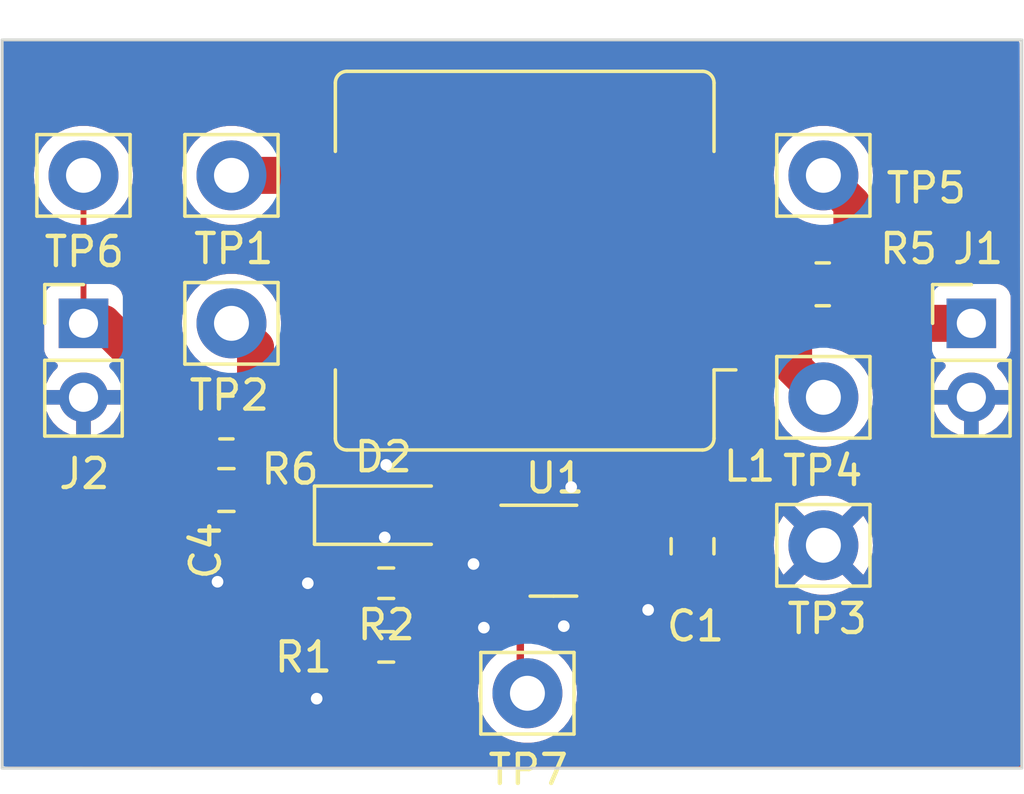
<source format=kicad_pcb>
(kicad_pcb (version 20221018) (generator pcbnew)
  (layers (0 "F.Cu" signal) (31 "B.Cu" signal) (34 "B.Paste" user) (35 "F.Paste" user) (36 "B.SilkS" user "B.Silkscreen") (37 "F.SilkS" user "F.Silkscreen") (38 "B.Mask" user) (39 "F.Mask" user) (44 "Edge.Cuts" user))
  (net 0 "")
  (net 1 "Net-(U1-EN)")
  (net 2 "GND")
  (net 3 "+5V")
  (net 4 "Net-(J2-Pin_1)")
  (net 5 "Net-(U1-FB)")
  (net 7 "Net-(D2-K)")
  (net 8 "Net-(D2-A)")
  (footprint "Connector_PinHeader_2.54mm:PinHeader_1x02_P2.54mm_Vertical" (layer "F.Cu") (at 102.79 108.73)
    (fp_text reference "J2" (at 0.0292 5.1636) (layer "F.SilkS"))
    (fp_text value "OUT")
    (fp_line (start -1.33 -1.33) (end 0 -1.33) (stroke (width 0.12)) (layer "F.SilkS"))
    (fp_line (start -1.33 0) (end -1.33 -1.33) (stroke (width 0.12)) (layer "F.SilkS"))
    (fp_line (start -1.33 1.27) (end -1.33 3.87) (stroke (width 0.12)) (layer "F.SilkS"))
    (fp_line (start -1.33 1.27) (end 1.33 1.27) (stroke (width 0.12)) (layer "F.SilkS"))
    (fp_line (start -1.33 3.87) (end 1.33 3.87) (stroke (width 0.12)) (layer "F.SilkS"))
    (fp_line (start 1.33 1.27) (end 1.33 3.87) (stroke (width 0.12)) (layer "F.SilkS"))
    (pad "1" thru_hole rect (at 0 0) (size 1.7 1.7) (drill 1) (layers "*.Cu" "*.Mask") (net 4 "Net-(J2-Pin_1)"))
    (pad "2" thru_hole oval (at 0 2.54) (size 1.7 1.7) (drill 1) (layers "*.Cu" "*.Mask") (net 2 "GND"))
  )
  (footprint "Connector_PinHeader_2.54mm:PinHeader_1x02_P2.54mm_Vertical" (layer "F.Cu") (at 133.27 108.73)
    (fp_text reference "J1" (at 0.2324 -2.558) (layer "F.SilkS"))
    (fp_text value "IN")
    (fp_line (start -1.33 -1.33) (end 0 -1.33) (stroke (width 0.12)) (layer "F.SilkS"))
    (fp_line (start -1.33 0) (end -1.33 -1.33) (stroke (width 0.12)) (layer "F.SilkS"))
    (fp_line (start -1.33 1.27) (end -1.33 3.87) (stroke (width 0.12)) (layer "F.SilkS"))
    (fp_line (start -1.33 1.27) (end 1.33 1.27) (stroke (width 0.12)) (layer "F.SilkS"))
    (fp_line (start -1.33 3.87) (end 1.33 3.87) (stroke (width 0.12)) (layer "F.SilkS"))
    (fp_line (start 1.33 1.27) (end 1.33 3.87) (stroke (width 0.12)) (layer "F.SilkS"))
    (pad "1" thru_hole rect (at 0 0) (size 1.7 1.7) (drill 1) (layers "*.Cu" "*.Mask") (net 3 "+5V"))
    (pad "2" thru_hole oval (at 0 2.54) (size 1.7 1.7) (drill 1) (layers "*.Cu" "*.Mask") (net 2 "GND"))
  )
  (footprint "Package_TO_SOT_SMD:SOT-23-6" (layer "F.Cu") (at 118.9228 116.5352)
    (fp_text reference "U1" (at 0.0508 -2.4892) (layer "F.SilkS"))
    (fp_text value "MT3608")
    (fp_line (start 0 -1.56) (end -1.8 -1.56) (stroke (width 0.12)) (layer "F.SilkS"))
    (fp_line (start 0 -1.56) (end 0.8 -1.56) (stroke (width 0.12)) (layer "F.SilkS"))
    (fp_line (start 0 1.56) (end -0.8 1.56) (stroke (width 0.12)) (layer "F.SilkS"))
    (fp_line (start 0 1.56) (end 0.8 1.56) (stroke (width 0.12)) (layer "F.SilkS"))
    (pad "1" smd roundrect (at -1.1375 -0.95) (size 1.325 0.6) (layers "F.Cu" "F.Paste" "F.Mask") (net 8 "Net-(D2-A)"))
    (pad "2" smd roundrect (at -1.1375 0) (size 1.325 0.6) (layers "F.Cu" "F.Paste" "F.Mask") (net 2 "GND"))
    (pad "3" smd roundrect (at -1.1375 0.95) (size 1.325 0.6) (layers "F.Cu" "F.Paste" "F.Mask") (net 5 "Net-(U1-FB)"))
    (pad "4" smd roundrect (at 1.1375 0.95) (size 1.325 0.6) (layers "F.Cu" "F.Paste" "F.Mask") (net 1 "Net-(U1-EN)"))
    (pad "5" smd roundrect (at 1.1375 0) (size 1.325 0.6) (layers "F.Cu" "F.Paste" "F.Mask") (net 1 "Net-(U1-EN)"))
    (pad "6" smd roundrect (at 1.1375 -0.95) (size 1.325 0.6) (layers "F.Cu" "F.Paste" "F.Mask"))
  )
  (footprint "Resistor_SMD:R_0603_1608Metric_Pad0.98x0.95mm_HandSolder" (layer "F.Cu") (at 113.1824 117.6528 180)
    (fp_text reference "R2" (at 0 -1.43) (layer "F.SilkS"))
    (fp_text value "2k")
    (fp_line (start -0.254724 -0.5225) (end 0.254724 -0.5225) (stroke (width 0.12)) (layer "F.SilkS"))
    (fp_line (start -0.254724 0.5225) (end 0.254724 0.5225) (stroke (width 0.12)) (layer "F.SilkS"))
    (pad "1" smd roundrect (at -0.9125 0 180) (size 0.975 0.95) (layers "F.Cu" "F.Paste" "F.Mask") (net 5 "Net-(U1-FB)"))
    (pad "2" smd roundrect (at 0.9125 0 180) (size 0.975 0.95) (layers "F.Cu" "F.Paste" "F.Mask") (net 2 "GND"))
  )
  (footprint "Connector_Pin:Pin_D1.2mm_L11.3mm_W3.0mm_Flat" (layer "F.Cu") (at 128.19 111.27)
    (fp_text reference "TP4" (at -0.0216 2.522) (layer "F.SilkS"))
    (fp_text value "V In")
    (fp_line (start -1.6 -1.4) (end 1.6 -1.4) (stroke (width 0.12)) (layer "F.SilkS"))
    (fp_line (start -1.6 1.4) (end -1.6 -1.4) (stroke (width 0.12)) (layer "F.SilkS"))
    (fp_line (start 1.6 -1.4) (end 1.6 1.4) (stroke (width 0.12)) (layer "F.SilkS"))
    (fp_line (start 1.6 1.4) (end -1.6 1.4) (stroke (width 0.12)) (layer "F.SilkS"))
    (pad "1" thru_hole circle (at 0 0) (size 2.4 2.4) (drill 1.2) (layers "*.Cu" "*.Mask") (net 1 "Net-(U1-EN)"))
  )
  (footprint "Connector_Pin:Pin_D1.2mm_L11.3mm_W3.0mm_Flat" (layer "F.Cu") (at 107.87 103.65)
    (fp_text reference "TP1" (at 0.08 2.522) (layer "F.SilkS"))
    (fp_text value "PWR")
    (fp_line (start -1.6 -1.4) (end 1.6 -1.4) (stroke (width 0.12)) (layer "F.SilkS"))
    (fp_line (start -1.6 1.4) (end -1.6 -1.4) (stroke (width 0.12)) (layer "F.SilkS"))
    (fp_line (start 1.6 -1.4) (end 1.6 1.4) (stroke (width 0.12)) (layer "F.SilkS"))
    (fp_line (start 1.6 1.4) (end -1.6 1.4) (stroke (width 0.12)) (layer "F.SilkS"))
    (pad "1" thru_hole circle (at 0 0) (size 2.4 2.4) (drill 1.2) (layers "*.Cu" "*.Mask") (net 8 "Net-(D2-A)"))
  )
  (footprint "Resistor_SMD:R_0603_1608Metric_Pad0.98x0.95mm_HandSolder" (layer "F.Cu") (at 113.1824 119.8372)
    (fp_text reference "R1" (at -2.8429 0.3556) (layer "F.SilkS"))
    (fp_text value "88.7k")
    (fp_line (start -0.254724 -0.5225) (end 0.254724 -0.5225) (stroke (width 0.12)) (layer "F.SilkS"))
    (fp_line (start -0.254724 0.5225) (end 0.254724 0.5225) (stroke (width 0.12)) (layer "F.SilkS"))
    (pad "1" smd roundrect (at -0.9125 0) (size 0.975 0.95) (layers "F.Cu" "F.Paste" "F.Mask") (net 7 "Net-(D2-K)"))
    (pad "2" smd roundrect (at 0.9125 0) (size 0.975 0.95) (layers "F.Cu" "F.Paste" "F.Mask") (net 5 "Net-(U1-FB)"))
  )
  (footprint "Capacitor_SMD:C_0805_2012Metric_Pad1.18x1.45mm_HandSolder" (layer "F.Cu") (at 123.698 116.3828 -90)
    (fp_text reference "C1" (at 2.7432 -0.1016 -180) (layer "F.SilkS"))
    (fp_text value "22uF")
    (fp_line (start -0.261252 -0.735) (end 0.261252 -0.735) (stroke (width 0.12)) (layer "F.SilkS"))
    (fp_line (start -0.261252 0.735) (end 0.261252 0.735) (stroke (width 0.12)) (layer "F.SilkS"))
    (pad "1" smd roundrect (at -1.0375 0 270) (size 1.175 1.45) (layers "F.Cu" "F.Paste" "F.Mask") (roundrect_rratio 0.2127659574) (net 1 "Net-(U1-EN)"))
    (pad "2" smd roundrect (at 1.0375 0 270) (size 1.175 1.45) (layers "F.Cu" "F.Paste" "F.Mask") (roundrect_rratio 0.2127659574) (net 2 "GND"))
  )
  (footprint "Connector_Pin:Pin_D1.2mm_L11.3mm_W3.0mm_Flat" (layer "F.Cu") (at 118.03 121.43)
    (fp_text reference "TP7" (at 0.0292 2.6236) (layer "F.SilkS"))
    (fp_text value "ADJ")
    (fp_line (start -1.6 -1.4) (end 1.6 -1.4) (stroke (width 0.12)) (layer "F.SilkS"))
    (fp_line (start -1.6 1.4) (end -1.6 -1.4) (stroke (width 0.12)) (layer "F.SilkS"))
    (fp_line (start 1.6 -1.4) (end 1.6 1.4) (stroke (width 0.12)) (layer "F.SilkS"))
    (fp_line (start 1.6 1.4) (end -1.6 1.4) (stroke (width 0.12)) (layer "F.SilkS"))
    (pad "1" thru_hole circle (at 0 0) (size 2.4 2.4) (drill 1.2) (layers "*.Cu" "*.Mask") (net 5 "Net-(U1-FB)"))
  )
  (footprint "Resistor_SMD:R_0805_2012Metric_Pad1.20x1.40mm_HandSolder" (layer "F.Cu") (at 107.696 111.9632 180)
    (fp_text reference "R6" (at -2.1844 -1.778) (layer "F.SilkS"))
    (fp_text value "1")
    (fp_line (start -0.227064 -0.735) (end 0.227064 -0.735) (stroke (width 0.12)) (layer "F.SilkS"))
    (fp_line (start -0.227064 0.735) (end 0.227064 0.735) (stroke (width 0.12)) (layer "F.SilkS"))
    (pad "1" smd roundrect (at -1 0 180) (size 1.2 1.4) (layers "F.Cu" "F.Paste" "F.Mask") (roundrect_rratio 0.2083333333) (net 7 "Net-(D2-K)"))
    (pad "2" smd roundrect (at 1 0 180) (size 1.2 1.4) (layers "F.Cu" "F.Paste" "F.Mask") (roundrect_rratio 0.2083333333) (net 4 "Net-(J2-Pin_1)"))
  )
  (footprint "Diode_SMD:D_SOD-123" (layer "F.Cu") (at 113.0808 115.316)
    (fp_text reference "D2" (at 0 -2) (layer "F.SilkS"))
    (fp_text value "MBR0540")
    (fp_line (start -2.36 -1) (end -2.36 1) (stroke (width 0.12)) (layer "F.SilkS"))
    (fp_line (start -2.36 -1) (end 1.65 -1) (stroke (width 0.12)) (layer "F.SilkS"))
    (fp_line (start -2.36 1) (end 1.65 1) (stroke (width 0.12)) (layer "F.SilkS"))
    (pad "1" smd roundrect (at -1.65 0) (size 0.9 1.2) (layers "F.Cu" "F.Paste" "F.Mask") (net 7 "Net-(D2-K)"))
    (pad "2" smd roundrect (at 1.65 0) (size 0.9 1.2) (layers "F.Cu" "F.Paste" "F.Mask") (net 8 "Net-(D2-A)"))
  )
  (footprint "Connector_Pin:Pin_D1.2mm_L11.3mm_W3.0mm_Flat" (layer "F.Cu") (at 128.19 116.35)
    (fp_text reference "TP3" (at 0.1308 2.522) (layer "F.SilkS"))
    (fp_text value "GND")
    (fp_line (start -1.6 -1.4) (end 1.6 -1.4) (stroke (width 0.12)) (layer "F.SilkS"))
    (fp_line (start -1.6 1.4) (end -1.6 -1.4) (stroke (width 0.12)) (layer "F.SilkS"))
    (fp_line (start 1.6 -1.4) (end 1.6 1.4) (stroke (width 0.12)) (layer "F.SilkS"))
    (fp_line (start 1.6 1.4) (end -1.6 1.4) (stroke (width 0.12)) (layer "F.SilkS"))
    (pad "1" thru_hole circle (at 0 0) (size 2.4 2.4) (drill 1.2) (layers "*.Cu" "*.Mask") (net 2 "GND"))
  )
  (footprint "Capacitor_SMD:C_0805_2012Metric_Pad1.18x1.45mm_HandSolder" (layer "F.Cu") (at 107.696 114.4524 180)
    (fp_text reference "C4" (at 0.7112 -2.0828 90) (layer "F.SilkS"))
    (fp_text value "22uF")
    (fp_line (start -0.261252 -0.735) (end 0.261252 -0.735) (stroke (width 0.12)) (layer "F.SilkS"))
    (fp_line (start -0.261252 0.735) (end 0.261252 0.735) (stroke (width 0.12)) (layer "F.SilkS"))
    (pad "1" smd roundrect (at -1.0375 0 180) (size 1.175 1.45) (layers "F.Cu" "F.Paste" "F.Mask") (roundrect_rratio 0.2127659574) (net 7 "Net-(D2-K)"))
    (pad "2" smd roundrect (at 1.0375 0 180) (size 1.175 1.45) (layers "F.Cu" "F.Paste" "F.Mask") (roundrect_rratio 0.2127659574) (net 2 "GND"))
  )
  (footprint "Connector_Pin:Pin_D1.2mm_L11.3mm_W3.0mm_Flat" (layer "F.Cu") (at 107.87 108.73)
    (fp_text reference "TP2" (at -0.0724 2.4712) (layer "F.SilkS"))
    (fp_text value "V Out")
    (fp_line (start -1.6 -1.4) (end 1.6 -1.4) (stroke (width 0.12)) (layer "F.SilkS"))
    (fp_line (start -1.6 1.4) (end -1.6 -1.4) (stroke (width 0.12)) (layer "F.SilkS"))
    (fp_line (start 1.6 -1.4) (end 1.6 1.4) (stroke (width 0.12)) (layer "F.SilkS"))
    (fp_line (start 1.6 1.4) (end -1.6 1.4) (stroke (width 0.12)) (layer "F.SilkS"))
    (pad "1" thru_hole circle (at 0 0) (size 2.4 2.4) (drill 1.2) (layers "*.Cu" "*.Mask") (net 7 "Net-(D2-K)"))
  )
  (footprint "Connector_Pin:Pin_D1.2mm_L11.3mm_W3.0mm_Flat" (layer "F.Cu") (at 128.19 103.65)
    (fp_text reference "TP5" (at 3.5344 0.4392) (layer "F.SilkS"))
    (fp_text value "IN")
    (fp_line (start -1.6 -1.4) (end 1.6 -1.4) (stroke (width 0.12)) (layer "F.SilkS"))
    (fp_line (start -1.6 1.4) (end -1.6 -1.4) (stroke (width 0.12)) (layer "F.SilkS"))
    (fp_line (start 1.6 -1.4) (end 1.6 1.4) (stroke (width 0.12)) (layer "F.SilkS"))
    (fp_line (start 1.6 1.4) (end -1.6 1.4) (stroke (width 0.12)) (layer "F.SilkS"))
    (pad "1" thru_hole circle (at 0 0) (size 2.4 2.4) (drill 1.2) (layers "*.Cu" "*.Mask") (net 3 "+5V"))
  )
  (footprint "Resistor_SMD:R_0805_2012Metric_Pad1.20x1.40mm_HandSolder" (layer "F.Cu") (at 128.1684 107.3912 180)
    (fp_text reference "R5" (at -2.9464 1.2192) (layer "F.SilkS"))
    (fp_text value "1")
    (fp_line (start -0.227064 -0.735) (end 0.227064 -0.735) (stroke (width 0.12)) (layer "F.SilkS"))
    (fp_line (start -0.227064 0.735) (end 0.227064 0.735) (stroke (width 0.12)) (layer "F.SilkS"))
    (pad "1" smd roundrect (at -1 0 180) (size 1.2 1.4) (layers "F.Cu" "F.Paste" "F.Mask") (roundrect_rratio 0.2083333333) (net 3 "+5V"))
    (pad "2" smd roundrect (at 1 0 180) (size 1.2 1.4) (layers "F.Cu" "F.Paste" "F.Mask") (roundrect_rratio 0.2083333333) (net 1 "Net-(U1-EN)"))
  )
  (footprint "Inductor_SMD:L_Bourns_SRR1208_12.7x12.7mm" (layer "F.Cu") (at 117.936 106.5784 180)
    (fp_text reference "L1" (at -7.7216 -7.0612) (layer "F.SilkS"))
    (fp_text value "22uH")
    (fp_line (start -6.5 -6.1) (end -6.5 -3.75) (stroke (width 0.12)) (layer "F.SilkS"))
    (fp_line (start -6.5 -3.75) (end -7.25 -3.75) (stroke (width 0.12)) (layer "F.SilkS"))
    (fp_line (start -6.5 3.75) (end -6.5 6.1) (stroke (width 0.12)) (layer "F.SilkS"))
    (fp_line (start -6.1 -6.5) (end 6.1 -6.5) (stroke (width 0.12)) (layer "F.SilkS"))
    (fp_line (start 6.1 6.5) (end -6.1 6.5) (stroke (width 0.12)) (layer "F.SilkS"))
    (fp_line (start 6.5 -6.1) (end 6.5 -3.75) (stroke (width 0.12)) (layer "F.SilkS"))
    (fp_line (start 6.5 3.75) (end 6.5 6.1) (stroke (width 0.12)) (layer "F.SilkS"))
    (fp_arc (start -6.5 -6.1) (mid -6.382843 -6.382843) (end -6.1 -6.5) (stroke (width 0.12)) (layer "F.SilkS"))
    (fp_arc (start -6.1 6.5) (mid -6.382843 6.382843) (end -6.5 6.1) (stroke (width 0.12)) (layer "F.SilkS"))
    (fp_arc (start 6.1 -6.5) (mid 6.382843 -6.382843) (end 6.5 -6.1) (stroke (width 0.12)) (layer "F.SilkS"))
    (fp_arc (start 6.5 6.1) (mid 6.382843 6.382843) (end 6.1 6.5) (stroke (width 0.12)) (layer "F.SilkS"))
    (pad "1" smd rect (at -5 0 180) (size 4 7) (layers "F.Cu" "F.Paste" "F.Mask") (net 1 "Net-(U1-EN)"))
    (pad "2" smd rect (at 5 0 180) (size 4 7) (layers "F.Cu" "F.Paste" "F.Mask") (net 8 "Net-(D2-A)"))
  )
  (footprint "Connector_Pin:Pin_D1.2mm_L11.3mm_W3.0mm_Flat" (layer "F.Cu") (at 102.79 103.65)
    (fp_text reference "TP6" (at 0.0292 2.6236) (layer "F.SilkS"))
    (fp_text value "OUT")
    (fp_line (start -1.6 -1.4) (end 1.6 -1.4) (stroke (width 0.12)) (layer "F.SilkS"))
    (fp_line (start -1.6 1.4) (end -1.6 -1.4) (stroke (width 0.12)) (layer "F.SilkS"))
    (fp_line (start 1.6 -1.4) (end 1.6 1.4) (stroke (width 0.12)) (layer "F.SilkS"))
    (fp_line (start 1.6 1.4) (end -1.6 1.4) (stroke (width 0.12)) (layer "F.SilkS"))
    (pad "1" thru_hole circle (at 0 0) (size 2.4 2.4) (drill 1.2) (layers "*.Cu" "*.Mask") (net 4 "Net-(J2-Pin_1)"))
  )
  (gr_line (start 102.79 103.65) (end 102.79 108.73) (stroke (width 0.2)) (layer "F.Cu"))
  (gr_line (start 100 124) (end 135 124) (stroke (width 0.1)) (layer "Edge.Cuts"))
  (gr_line (start 135 124) (end 135 99) (stroke (width 0.1)) (layer "Edge.Cuts"))
  (gr_line (start 135 99) (end 100 99) (stroke (width 0.1)) (layer "Edge.Cuts"))
  (gr_line (start 100 99) (end 100 124) (stroke (width 0.1)) (layer "Edge.Cuts"))
  (segment (start 120.5128 117.4852) (end 120.0603 117.4852) (width 1.27) (layer "F.Cu") (net 1))
  (segment (start 127.1684 107.3912) (end 127.1684 110.2484) (width 1.27) (layer "F.Cu") (net 1))
  (segment (start 123.698 107.6744) (end 122.5512 106.5276) (width 1.27) (layer "F.Cu") (net 1))
  (segment (start 127.1684 107.3912) (end 123.7488 107.3912) (width 1.27) (layer "F.Cu") (net 1))
  (segment (start 123.4148 107.3912) (end 122.5512 106.5276) (width 1.27) (layer "F.Cu") (net 1))
  (segment (start 123.7488 107.3912) (end 122.936 106.5784) (width 1.27) (layer "F.Cu") (net 1))
  (segment (start 122.936 114.5833) (end 123.698 115.3453) (width 1.27) (layer "F.Cu") (net 1))
  (segment (start 122.936 106.5784) (end 122.936 114.5833) (width 1.27) (layer "F.Cu") (net 1))
  (segment (start 123.698 115.3453) (end 122.6527 115.3453) (width 1.27) (layer "F.Cu") (net 1))
  (segment (start 127.1684 110.2484) (end 128.19 111.27) (width 1.27) (layer "F.Cu") (net 1))
  (segment (start 122.6527 115.3453) (end 120.5128 117.4852) (width 1.27) (layer "F.Cu") (net 1))
  (segment (start 117.7853 116.5352) (end 118.9736 116.5352) (width 0.635) (layer "F.Cu") (net 2))
  (segment (start 118.9736 114.9096) (end 118.9736 116.5352) (width 0.508) (layer "F.Cu") (net 2))
  (segment (start 118.9736 118.2624) (end 118.8212 118.4148) (width 0.254) (layer "F.Cu") (net 2))
  (segment (start 118.9736 116.5352) (end 118.9736 118.2624) (width 0.508) (layer "F.Cu") (net 2))
  (segment (start 118.8212 118.4148) (end 118.8212 118.6688) (width 0.254) (layer "F.Cu") (net 2))
  (via (at 116.5352 119.1768) (size 0.8) (drill 0.4) (layers "F.Cu" "B.Cu") (net 2))
  (via (at 110.7948 121.6152) (size 0.8) (drill 0.4) (layers "F.Cu" "B.Cu") (net 2))
  (via (at 113.1316 116.078) (size 0.8) (drill 0.4) (layers "F.Cu" "B.Cu") (net 2))
  (via (at 113.1824 113.5888) (size 0.8) (drill 0.4) (layers "F.Cu" "B.Cu") (net 2))
  (via (at 122.174 118.5672) (size 0.8) (drill 0.4) (layers "F.Cu" "B.Cu") (net 2))
  (via (at 116.1796 116.9924) (size 0.8) (drill 0.4) (layers "F.Cu" "B.Cu") (net 2))
  (via (at 110.49 117.6528) (size 0.8) (drill 0.4) (layers "F.Cu" "B.Cu") (net 2))
  (via (at 107.3912 117.602) (size 0.8) (drill 0.4) (layers "F.Cu" "B.Cu") (net 2))
  (via (at 119.2784 119.126) (size 0.8) (drill 0.4) (layers "F.Cu" "B.Cu") (net 2))
  (via (at 119.5324 114.3508) (size 0.8) (drill 0.4) (layers "F.Cu" "B.Cu") (net 2))
  (segment (start 129.1684 104.6284) (end 128.19 103.65) (width 1.27) (layer "F.Cu") (net 3))
  (segment (start 133.27 108.73) (end 130.5072 108.73) (width 1.27) (layer "F.Cu") (net 3))
  (segment (start 130.5072 108.73) (end 129.1684 107.3912) (width 1.27) (layer "F.Cu") (net 3))
  (segment (start 129.1684 107.3912) (end 129.1684 104.6284) (width 1.27) (layer "F.Cu") (net 3))
  (segment (start 102.79 108.73) (end 103.4628 108.73) (width 1.27) (layer "F.Cu") (net 4))
  (segment (start 103.4628 108.73) (end 106.696 111.9632) (width 1.27) (layer "F.Cu") (net 4))
  (segment (start 117.7853 121.1853) (end 118.03 121.43) (width 0.254) (layer "F.Cu") (net 5))
  (segment (start 114.2273 117.7852) (end 114.0949 117.6528) (width 0.254) (layer "F.Cu") (net 5))
  (segment (start 114.0949 119.8372) (end 114.0949 117.6528) (width 0.508) (layer "F.Cu") (net 5))
  (segment (start 117.7853 117.4852) (end 117.4853 117.7852) (width 0.254) (layer "F.Cu") (net 5))
  (segment (start 117.4853 117.7852) (end 114.2273 117.7852) (width 0.254) (layer "F.Cu") (net 5))
  (segment (start 117.7853 117.4852) (end 117.7853 121.1853) (width 0.254) (layer "F.Cu") (net 5))
  (segment (start 110.0328 119.8372) (end 108.712 118.5164) (width 0.508) (layer "F.Cu") (net 7))
  (segment (start 108.712 118.5164) (end 108.7335 118.4949) (width 0.508) (layer "F.Cu") (net 7))
  (segment (start 108.696 109.556) (end 108.696 111.9632) (width 1.27) (layer "F.Cu") (net 7))
  (segment (start 108.7335 114.4524) (end 110.5672 114.4524) (width 1.27) (layer "F.Cu") (net 7))
  (segment (start 108.696 114.4149) (end 108.7335 114.4524) (width 1.27) (layer "F.Cu") (net 7))
  (segment (start 107.87 108.73) (end 108.696 109.556) (width 1.27) (layer "F.Cu") (net 7))
  (segment (start 110.5672 114.4524) (end 111.4308 115.316) (width 1.27) (layer "F.Cu") (net 7))
  (segment (start 108.696 111.9632) (end 108.696 114.4149) (width 1.27) (layer "F.Cu") (net 7))
  (segment (start 112.2699 119.8372) (end 110.0328 119.8372) (width 0.508) (layer "F.Cu") (net 7))
  (segment (start 108.7335 118.4949) (end 108.7335 114.4524) (width 0.508) (layer "F.Cu") (net 7))
  (segment (start 114.7308 115.316) (end 117.6877 115.316) (width 1.27) (layer "F.Cu") (net 8))
  (segment (start 117.7544 115.4002) (end 117.7544 114.7572) (width 1.27) (layer "F.Cu") (net 8))
  (segment (start 110.0076 103.65) (end 112.936 106.5784) (width 1.27) (layer "F.Cu") (net 8))
  (segment (start 117.7853 115.4002) (end 117.7544 115.4002) (width 1.27) (layer "F.Cu") (net 8))
  (segment (start 117.7853 111.4277) (end 112.936 106.5784) (width 1.27) (layer "F.Cu") (net 8))
  (segment (start 117.7853 114.7263) (end 117.7853 111.4277) (width 1.27) (layer "F.Cu") (net 8))
  (segment (start 107.87 103.65) (end 110.0076 103.65) (width 1.27) (layer "F.Cu") (net 8))
  (segment (start 117.6877 115.316) (end 117.7544 115.3827) (width 1.27) (layer "F.Cu") (net 8))
  (segment (start 117.7544 114.7572) (end 117.7853 114.7263) (width 1.27) (layer "F.Cu") (net 8))
  (zone (net 2) (net_name "GND") (layer "F.Cu") (connect_pads (clearance 0.5)) (min_thickness 0.25) (fill yes (thermal_gap 0.5) (thermal_bridge_width 0.5))
    (polygon (pts (xy 99.9236 99.0092) (xy 134.9248 98.9584) (xy 134.9756 124.0028) (xy 100.076 123.952)))
  )
  (zone (net 2) (net_name "GND") (layer "B.Cu") (priority 1) (connect_pads (clearance 0.5)) (min_thickness 0.25) (fill yes (thermal_gap 0.5) (thermal_bridge_width 0.5))
    (polygon (pts (xy 99.9236 99.0092) (xy 134.9248 98.9584) (xy 134.9756 123.952) (xy 99.9744 123.952)))
  )
)
</source>
